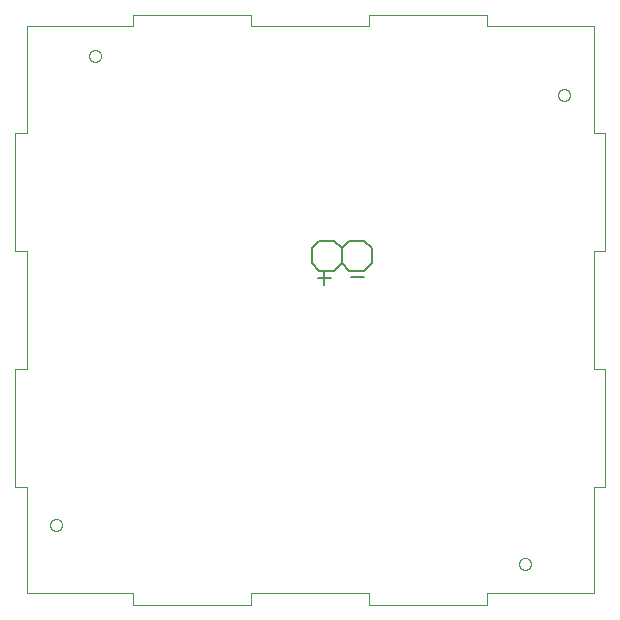
<source format=gto>
G75*
%MOIN*%
%OFA0B0*%
%FSLAX25Y25*%
%IPPOS*%
%LPD*%
%AMOC8*
5,1,8,0,0,1.08239X$1,22.5*
%
%ADD10C,0.00004*%
%ADD11C,0.00600*%
%ADD12C,0.00000*%
D10*
X0004939Y0004939D02*
X0040372Y0004939D01*
X0040372Y0001002D01*
X0079742Y0001002D01*
X0079742Y0004939D01*
X0119112Y0004939D01*
X0119112Y0001002D01*
X0158482Y0001002D01*
X0158482Y0004939D01*
X0193915Y0004939D01*
X0193915Y0040372D01*
X0197852Y0040372D01*
X0197852Y0079742D01*
X0193915Y0079742D01*
X0193915Y0119112D01*
X0197852Y0119112D01*
X0197852Y0158482D01*
X0193915Y0158482D01*
X0193915Y0193915D01*
X0158482Y0193915D01*
X0158482Y0197852D01*
X0119112Y0197852D01*
X0119112Y0193915D01*
X0079742Y0193915D01*
X0079742Y0197852D01*
X0040372Y0197852D01*
X0040372Y0193915D01*
X0004939Y0193915D01*
X0004939Y0158482D01*
X0001002Y0158482D01*
X0001002Y0119112D01*
X0004939Y0119112D01*
X0004939Y0079742D01*
X0001002Y0079742D01*
X0001002Y0040372D01*
X0004939Y0040372D01*
X0004939Y0004939D01*
D11*
X0104225Y0107881D02*
X0104225Y0112152D01*
X0102439Y0112537D02*
X0107439Y0112537D01*
X0109939Y0115037D01*
X0109939Y0120037D01*
X0107439Y0122537D01*
X0102439Y0122537D01*
X0099939Y0120037D01*
X0099939Y0115037D01*
X0102439Y0112537D01*
X0102089Y0110017D02*
X0106360Y0110017D01*
X0109978Y0115037D02*
X0112478Y0112537D01*
X0117478Y0112537D01*
X0119978Y0115037D01*
X0119978Y0120037D01*
X0117478Y0122537D01*
X0112478Y0122537D01*
X0109978Y0120037D01*
X0109978Y0115037D01*
X0113113Y0110410D02*
X0117383Y0110410D01*
D12*
X0182104Y0171081D02*
X0182106Y0171169D01*
X0182112Y0171257D01*
X0182122Y0171345D01*
X0182136Y0171433D01*
X0182153Y0171519D01*
X0182175Y0171605D01*
X0182200Y0171689D01*
X0182230Y0171773D01*
X0182262Y0171855D01*
X0182299Y0171935D01*
X0182339Y0172014D01*
X0182383Y0172091D01*
X0182430Y0172166D01*
X0182480Y0172238D01*
X0182534Y0172309D01*
X0182590Y0172376D01*
X0182650Y0172442D01*
X0182712Y0172504D01*
X0182778Y0172564D01*
X0182845Y0172620D01*
X0182916Y0172674D01*
X0182988Y0172724D01*
X0183063Y0172771D01*
X0183140Y0172815D01*
X0183219Y0172855D01*
X0183299Y0172892D01*
X0183381Y0172924D01*
X0183465Y0172954D01*
X0183549Y0172979D01*
X0183635Y0173001D01*
X0183721Y0173018D01*
X0183809Y0173032D01*
X0183897Y0173042D01*
X0183985Y0173048D01*
X0184073Y0173050D01*
X0184161Y0173048D01*
X0184249Y0173042D01*
X0184337Y0173032D01*
X0184425Y0173018D01*
X0184511Y0173001D01*
X0184597Y0172979D01*
X0184681Y0172954D01*
X0184765Y0172924D01*
X0184847Y0172892D01*
X0184927Y0172855D01*
X0185006Y0172815D01*
X0185083Y0172771D01*
X0185158Y0172724D01*
X0185230Y0172674D01*
X0185301Y0172620D01*
X0185368Y0172564D01*
X0185434Y0172504D01*
X0185496Y0172442D01*
X0185556Y0172376D01*
X0185612Y0172309D01*
X0185666Y0172238D01*
X0185716Y0172166D01*
X0185763Y0172091D01*
X0185807Y0172014D01*
X0185847Y0171935D01*
X0185884Y0171855D01*
X0185916Y0171773D01*
X0185946Y0171689D01*
X0185971Y0171605D01*
X0185993Y0171519D01*
X0186010Y0171433D01*
X0186024Y0171345D01*
X0186034Y0171257D01*
X0186040Y0171169D01*
X0186042Y0171081D01*
X0186040Y0170993D01*
X0186034Y0170905D01*
X0186024Y0170817D01*
X0186010Y0170729D01*
X0185993Y0170643D01*
X0185971Y0170557D01*
X0185946Y0170473D01*
X0185916Y0170389D01*
X0185884Y0170307D01*
X0185847Y0170227D01*
X0185807Y0170148D01*
X0185763Y0170071D01*
X0185716Y0169996D01*
X0185666Y0169924D01*
X0185612Y0169853D01*
X0185556Y0169786D01*
X0185496Y0169720D01*
X0185434Y0169658D01*
X0185368Y0169598D01*
X0185301Y0169542D01*
X0185230Y0169488D01*
X0185158Y0169438D01*
X0185083Y0169391D01*
X0185006Y0169347D01*
X0184927Y0169307D01*
X0184847Y0169270D01*
X0184765Y0169238D01*
X0184681Y0169208D01*
X0184597Y0169183D01*
X0184511Y0169161D01*
X0184425Y0169144D01*
X0184337Y0169130D01*
X0184249Y0169120D01*
X0184161Y0169114D01*
X0184073Y0169112D01*
X0183985Y0169114D01*
X0183897Y0169120D01*
X0183809Y0169130D01*
X0183721Y0169144D01*
X0183635Y0169161D01*
X0183549Y0169183D01*
X0183465Y0169208D01*
X0183381Y0169238D01*
X0183299Y0169270D01*
X0183219Y0169307D01*
X0183140Y0169347D01*
X0183063Y0169391D01*
X0182988Y0169438D01*
X0182916Y0169488D01*
X0182845Y0169542D01*
X0182778Y0169598D01*
X0182712Y0169658D01*
X0182650Y0169720D01*
X0182590Y0169786D01*
X0182534Y0169853D01*
X0182480Y0169924D01*
X0182430Y0169996D01*
X0182383Y0170071D01*
X0182339Y0170148D01*
X0182299Y0170227D01*
X0182262Y0170307D01*
X0182230Y0170389D01*
X0182200Y0170473D01*
X0182175Y0170557D01*
X0182153Y0170643D01*
X0182136Y0170729D01*
X0182122Y0170817D01*
X0182112Y0170905D01*
X0182106Y0170993D01*
X0182104Y0171081D01*
X0025805Y0184073D02*
X0025807Y0184161D01*
X0025813Y0184249D01*
X0025823Y0184337D01*
X0025837Y0184425D01*
X0025854Y0184511D01*
X0025876Y0184597D01*
X0025901Y0184681D01*
X0025931Y0184765D01*
X0025963Y0184847D01*
X0026000Y0184927D01*
X0026040Y0185006D01*
X0026084Y0185083D01*
X0026131Y0185158D01*
X0026181Y0185230D01*
X0026235Y0185301D01*
X0026291Y0185368D01*
X0026351Y0185434D01*
X0026413Y0185496D01*
X0026479Y0185556D01*
X0026546Y0185612D01*
X0026617Y0185666D01*
X0026689Y0185716D01*
X0026764Y0185763D01*
X0026841Y0185807D01*
X0026920Y0185847D01*
X0027000Y0185884D01*
X0027082Y0185916D01*
X0027166Y0185946D01*
X0027250Y0185971D01*
X0027336Y0185993D01*
X0027422Y0186010D01*
X0027510Y0186024D01*
X0027598Y0186034D01*
X0027686Y0186040D01*
X0027774Y0186042D01*
X0027862Y0186040D01*
X0027950Y0186034D01*
X0028038Y0186024D01*
X0028126Y0186010D01*
X0028212Y0185993D01*
X0028298Y0185971D01*
X0028382Y0185946D01*
X0028466Y0185916D01*
X0028548Y0185884D01*
X0028628Y0185847D01*
X0028707Y0185807D01*
X0028784Y0185763D01*
X0028859Y0185716D01*
X0028931Y0185666D01*
X0029002Y0185612D01*
X0029069Y0185556D01*
X0029135Y0185496D01*
X0029197Y0185434D01*
X0029257Y0185368D01*
X0029313Y0185301D01*
X0029367Y0185230D01*
X0029417Y0185158D01*
X0029464Y0185083D01*
X0029508Y0185006D01*
X0029548Y0184927D01*
X0029585Y0184847D01*
X0029617Y0184765D01*
X0029647Y0184681D01*
X0029672Y0184597D01*
X0029694Y0184511D01*
X0029711Y0184425D01*
X0029725Y0184337D01*
X0029735Y0184249D01*
X0029741Y0184161D01*
X0029743Y0184073D01*
X0029741Y0183985D01*
X0029735Y0183897D01*
X0029725Y0183809D01*
X0029711Y0183721D01*
X0029694Y0183635D01*
X0029672Y0183549D01*
X0029647Y0183465D01*
X0029617Y0183381D01*
X0029585Y0183299D01*
X0029548Y0183219D01*
X0029508Y0183140D01*
X0029464Y0183063D01*
X0029417Y0182988D01*
X0029367Y0182916D01*
X0029313Y0182845D01*
X0029257Y0182778D01*
X0029197Y0182712D01*
X0029135Y0182650D01*
X0029069Y0182590D01*
X0029002Y0182534D01*
X0028931Y0182480D01*
X0028859Y0182430D01*
X0028784Y0182383D01*
X0028707Y0182339D01*
X0028628Y0182299D01*
X0028548Y0182262D01*
X0028466Y0182230D01*
X0028382Y0182200D01*
X0028298Y0182175D01*
X0028212Y0182153D01*
X0028126Y0182136D01*
X0028038Y0182122D01*
X0027950Y0182112D01*
X0027862Y0182106D01*
X0027774Y0182104D01*
X0027686Y0182106D01*
X0027598Y0182112D01*
X0027510Y0182122D01*
X0027422Y0182136D01*
X0027336Y0182153D01*
X0027250Y0182175D01*
X0027166Y0182200D01*
X0027082Y0182230D01*
X0027000Y0182262D01*
X0026920Y0182299D01*
X0026841Y0182339D01*
X0026764Y0182383D01*
X0026689Y0182430D01*
X0026617Y0182480D01*
X0026546Y0182534D01*
X0026479Y0182590D01*
X0026413Y0182650D01*
X0026351Y0182712D01*
X0026291Y0182778D01*
X0026235Y0182845D01*
X0026181Y0182916D01*
X0026131Y0182988D01*
X0026084Y0183063D01*
X0026040Y0183140D01*
X0026000Y0183219D01*
X0025963Y0183299D01*
X0025931Y0183381D01*
X0025901Y0183465D01*
X0025876Y0183549D01*
X0025854Y0183635D01*
X0025837Y0183721D01*
X0025823Y0183809D01*
X0025813Y0183897D01*
X0025807Y0183985D01*
X0025805Y0184073D01*
X0012812Y0027774D02*
X0012814Y0027862D01*
X0012820Y0027950D01*
X0012830Y0028038D01*
X0012844Y0028126D01*
X0012861Y0028212D01*
X0012883Y0028298D01*
X0012908Y0028382D01*
X0012938Y0028466D01*
X0012970Y0028548D01*
X0013007Y0028628D01*
X0013047Y0028707D01*
X0013091Y0028784D01*
X0013138Y0028859D01*
X0013188Y0028931D01*
X0013242Y0029002D01*
X0013298Y0029069D01*
X0013358Y0029135D01*
X0013420Y0029197D01*
X0013486Y0029257D01*
X0013553Y0029313D01*
X0013624Y0029367D01*
X0013696Y0029417D01*
X0013771Y0029464D01*
X0013848Y0029508D01*
X0013927Y0029548D01*
X0014007Y0029585D01*
X0014089Y0029617D01*
X0014173Y0029647D01*
X0014257Y0029672D01*
X0014343Y0029694D01*
X0014429Y0029711D01*
X0014517Y0029725D01*
X0014605Y0029735D01*
X0014693Y0029741D01*
X0014781Y0029743D01*
X0014869Y0029741D01*
X0014957Y0029735D01*
X0015045Y0029725D01*
X0015133Y0029711D01*
X0015219Y0029694D01*
X0015305Y0029672D01*
X0015389Y0029647D01*
X0015473Y0029617D01*
X0015555Y0029585D01*
X0015635Y0029548D01*
X0015714Y0029508D01*
X0015791Y0029464D01*
X0015866Y0029417D01*
X0015938Y0029367D01*
X0016009Y0029313D01*
X0016076Y0029257D01*
X0016142Y0029197D01*
X0016204Y0029135D01*
X0016264Y0029069D01*
X0016320Y0029002D01*
X0016374Y0028931D01*
X0016424Y0028859D01*
X0016471Y0028784D01*
X0016515Y0028707D01*
X0016555Y0028628D01*
X0016592Y0028548D01*
X0016624Y0028466D01*
X0016654Y0028382D01*
X0016679Y0028298D01*
X0016701Y0028212D01*
X0016718Y0028126D01*
X0016732Y0028038D01*
X0016742Y0027950D01*
X0016748Y0027862D01*
X0016750Y0027774D01*
X0016748Y0027686D01*
X0016742Y0027598D01*
X0016732Y0027510D01*
X0016718Y0027422D01*
X0016701Y0027336D01*
X0016679Y0027250D01*
X0016654Y0027166D01*
X0016624Y0027082D01*
X0016592Y0027000D01*
X0016555Y0026920D01*
X0016515Y0026841D01*
X0016471Y0026764D01*
X0016424Y0026689D01*
X0016374Y0026617D01*
X0016320Y0026546D01*
X0016264Y0026479D01*
X0016204Y0026413D01*
X0016142Y0026351D01*
X0016076Y0026291D01*
X0016009Y0026235D01*
X0015938Y0026181D01*
X0015866Y0026131D01*
X0015791Y0026084D01*
X0015714Y0026040D01*
X0015635Y0026000D01*
X0015555Y0025963D01*
X0015473Y0025931D01*
X0015389Y0025901D01*
X0015305Y0025876D01*
X0015219Y0025854D01*
X0015133Y0025837D01*
X0015045Y0025823D01*
X0014957Y0025813D01*
X0014869Y0025807D01*
X0014781Y0025805D01*
X0014693Y0025807D01*
X0014605Y0025813D01*
X0014517Y0025823D01*
X0014429Y0025837D01*
X0014343Y0025854D01*
X0014257Y0025876D01*
X0014173Y0025901D01*
X0014089Y0025931D01*
X0014007Y0025963D01*
X0013927Y0026000D01*
X0013848Y0026040D01*
X0013771Y0026084D01*
X0013696Y0026131D01*
X0013624Y0026181D01*
X0013553Y0026235D01*
X0013486Y0026291D01*
X0013420Y0026351D01*
X0013358Y0026413D01*
X0013298Y0026479D01*
X0013242Y0026546D01*
X0013188Y0026617D01*
X0013138Y0026689D01*
X0013091Y0026764D01*
X0013047Y0026841D01*
X0013007Y0026920D01*
X0012970Y0027000D01*
X0012938Y0027082D01*
X0012908Y0027166D01*
X0012883Y0027250D01*
X0012861Y0027336D01*
X0012844Y0027422D01*
X0012830Y0027510D01*
X0012820Y0027598D01*
X0012814Y0027686D01*
X0012812Y0027774D01*
X0169112Y0014781D02*
X0169114Y0014869D01*
X0169120Y0014957D01*
X0169130Y0015045D01*
X0169144Y0015133D01*
X0169161Y0015219D01*
X0169183Y0015305D01*
X0169208Y0015389D01*
X0169238Y0015473D01*
X0169270Y0015555D01*
X0169307Y0015635D01*
X0169347Y0015714D01*
X0169391Y0015791D01*
X0169438Y0015866D01*
X0169488Y0015938D01*
X0169542Y0016009D01*
X0169598Y0016076D01*
X0169658Y0016142D01*
X0169720Y0016204D01*
X0169786Y0016264D01*
X0169853Y0016320D01*
X0169924Y0016374D01*
X0169996Y0016424D01*
X0170071Y0016471D01*
X0170148Y0016515D01*
X0170227Y0016555D01*
X0170307Y0016592D01*
X0170389Y0016624D01*
X0170473Y0016654D01*
X0170557Y0016679D01*
X0170643Y0016701D01*
X0170729Y0016718D01*
X0170817Y0016732D01*
X0170905Y0016742D01*
X0170993Y0016748D01*
X0171081Y0016750D01*
X0171169Y0016748D01*
X0171257Y0016742D01*
X0171345Y0016732D01*
X0171433Y0016718D01*
X0171519Y0016701D01*
X0171605Y0016679D01*
X0171689Y0016654D01*
X0171773Y0016624D01*
X0171855Y0016592D01*
X0171935Y0016555D01*
X0172014Y0016515D01*
X0172091Y0016471D01*
X0172166Y0016424D01*
X0172238Y0016374D01*
X0172309Y0016320D01*
X0172376Y0016264D01*
X0172442Y0016204D01*
X0172504Y0016142D01*
X0172564Y0016076D01*
X0172620Y0016009D01*
X0172674Y0015938D01*
X0172724Y0015866D01*
X0172771Y0015791D01*
X0172815Y0015714D01*
X0172855Y0015635D01*
X0172892Y0015555D01*
X0172924Y0015473D01*
X0172954Y0015389D01*
X0172979Y0015305D01*
X0173001Y0015219D01*
X0173018Y0015133D01*
X0173032Y0015045D01*
X0173042Y0014957D01*
X0173048Y0014869D01*
X0173050Y0014781D01*
X0173048Y0014693D01*
X0173042Y0014605D01*
X0173032Y0014517D01*
X0173018Y0014429D01*
X0173001Y0014343D01*
X0172979Y0014257D01*
X0172954Y0014173D01*
X0172924Y0014089D01*
X0172892Y0014007D01*
X0172855Y0013927D01*
X0172815Y0013848D01*
X0172771Y0013771D01*
X0172724Y0013696D01*
X0172674Y0013624D01*
X0172620Y0013553D01*
X0172564Y0013486D01*
X0172504Y0013420D01*
X0172442Y0013358D01*
X0172376Y0013298D01*
X0172309Y0013242D01*
X0172238Y0013188D01*
X0172166Y0013138D01*
X0172091Y0013091D01*
X0172014Y0013047D01*
X0171935Y0013007D01*
X0171855Y0012970D01*
X0171773Y0012938D01*
X0171689Y0012908D01*
X0171605Y0012883D01*
X0171519Y0012861D01*
X0171433Y0012844D01*
X0171345Y0012830D01*
X0171257Y0012820D01*
X0171169Y0012814D01*
X0171081Y0012812D01*
X0170993Y0012814D01*
X0170905Y0012820D01*
X0170817Y0012830D01*
X0170729Y0012844D01*
X0170643Y0012861D01*
X0170557Y0012883D01*
X0170473Y0012908D01*
X0170389Y0012938D01*
X0170307Y0012970D01*
X0170227Y0013007D01*
X0170148Y0013047D01*
X0170071Y0013091D01*
X0169996Y0013138D01*
X0169924Y0013188D01*
X0169853Y0013242D01*
X0169786Y0013298D01*
X0169720Y0013358D01*
X0169658Y0013420D01*
X0169598Y0013486D01*
X0169542Y0013553D01*
X0169488Y0013624D01*
X0169438Y0013696D01*
X0169391Y0013771D01*
X0169347Y0013848D01*
X0169307Y0013927D01*
X0169270Y0014007D01*
X0169238Y0014089D01*
X0169208Y0014173D01*
X0169183Y0014257D01*
X0169161Y0014343D01*
X0169144Y0014429D01*
X0169130Y0014517D01*
X0169120Y0014605D01*
X0169114Y0014693D01*
X0169112Y0014781D01*
M02*

</source>
